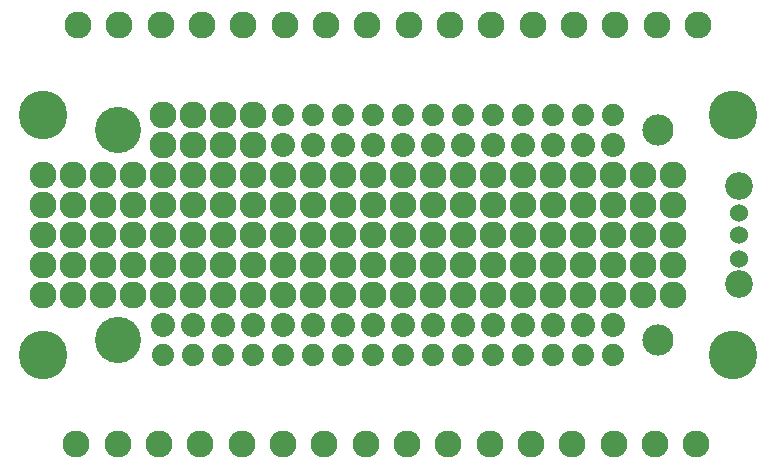
<source format=gbr>
G04 EAGLE Gerber RS-274X export*
G75*
%MOMM*%
%FSLAX34Y34*%
%LPD*%
%INSoldermask Top*%
%IPPOS*%
%AMOC8*
5,1,8,0,0,1.08239X$1,22.5*%
G01*
%ADD10C,2.641600*%
%ADD11C,3.911600*%
%ADD12C,1.879600*%
%ADD13C,2.032000*%
%ADD14C,2.286000*%
%ADD15C,4.117600*%
%ADD16C,1.524000*%
%ADD17C,2.351600*%


D10*
X228600Y88900D03*
X228600Y-88900D03*
D11*
X-228600Y88900D03*
X-228600Y-88900D03*
D12*
X-88900Y101600D03*
X-63500Y101600D03*
X-38100Y101600D03*
X-12700Y101600D03*
X12700Y101600D03*
X38100Y101600D03*
X63500Y101600D03*
X88900Y101600D03*
X114300Y101600D03*
X139700Y101600D03*
X165100Y101600D03*
X190500Y101600D03*
X-88900Y-101600D03*
X-63500Y-101600D03*
X-38100Y-101600D03*
X-12700Y-101600D03*
X12700Y-101600D03*
X38100Y-101600D03*
X63500Y-101600D03*
X88900Y-101600D03*
X114300Y-101600D03*
X139700Y-101600D03*
X165100Y-101600D03*
X190500Y-101600D03*
X-114300Y-101600D03*
X-139700Y-101600D03*
X-165100Y-101600D03*
X-190500Y-101600D03*
D13*
X190500Y-76200D03*
X165100Y-76200D03*
X139700Y-76200D03*
X114300Y-76200D03*
X88900Y-76200D03*
X63500Y-76200D03*
X38100Y-76200D03*
X12700Y-76200D03*
X-12700Y-76200D03*
X-38100Y-76200D03*
X-63500Y-76200D03*
X-88900Y-76200D03*
X-114300Y-76200D03*
X-139700Y-76200D03*
X-165100Y-76200D03*
X-190500Y-76200D03*
X-88900Y76200D03*
X-63500Y76200D03*
X-38100Y76200D03*
X-12700Y76200D03*
X12700Y76200D03*
X38100Y76200D03*
X63500Y76200D03*
X88900Y76200D03*
X114300Y76200D03*
X139700Y76200D03*
X165100Y76200D03*
X190500Y76200D03*
D14*
X-228660Y-176960D03*
X-263660Y-176960D03*
X261340Y-176960D03*
X226340Y-176960D03*
X-262400Y178400D03*
X-227400Y178400D03*
X227600Y178400D03*
X262600Y178400D03*
X-123660Y-176960D03*
X-158660Y-176960D03*
X-193660Y-176960D03*
X-18660Y-176960D03*
X-53660Y-176960D03*
X-88660Y-176960D03*
X86340Y-176960D03*
X51340Y-176960D03*
X16340Y-176960D03*
X191340Y-176960D03*
X156340Y-176960D03*
X121340Y-176960D03*
X-192400Y178400D03*
X-157400Y178400D03*
X-122400Y178400D03*
X-87400Y178400D03*
X-52400Y178400D03*
X-17400Y178400D03*
X17600Y178400D03*
X52600Y178400D03*
X87600Y178400D03*
X122600Y178400D03*
X157600Y178400D03*
X192600Y178400D03*
D15*
X-292100Y101600D03*
X-292100Y-101600D03*
X292100Y-101600D03*
X292100Y101600D03*
D16*
X297180Y0D03*
D17*
X297180Y42000D03*
X297180Y-41000D03*
D16*
X297180Y-20000D03*
X297180Y19000D03*
D14*
X-114300Y-50800D03*
X-114300Y-25400D03*
X-114300Y0D03*
X-114300Y25400D03*
X-114300Y50800D03*
X-114300Y76200D03*
X-114300Y101600D03*
X-139700Y-50800D03*
X-139700Y-25400D03*
X-139700Y0D03*
X-139700Y25400D03*
X-139700Y50800D03*
X-139700Y76200D03*
X-139700Y101600D03*
X165100Y0D03*
X165100Y50800D03*
X165100Y25400D03*
X190500Y50800D03*
X190500Y25400D03*
X190500Y0D03*
X-165100Y101600D03*
X-165100Y76200D03*
X-190500Y76200D03*
X-190500Y101600D03*
X-190500Y50800D03*
X-215900Y50800D03*
X-241300Y50800D03*
X-266700Y50800D03*
X-292100Y50800D03*
X-266700Y25400D03*
X-292100Y25400D03*
X-266700Y0D03*
X-292100Y0D03*
X-266700Y-25400D03*
X-292100Y-25400D03*
X-266700Y-50800D03*
X-292100Y-50800D03*
X-241300Y25400D03*
X-215900Y25400D03*
X-190500Y25400D03*
X-190500Y0D03*
X-215900Y0D03*
X-241300Y0D03*
X-241300Y-25400D03*
X-215900Y-25400D03*
X-190500Y-25400D03*
X-190500Y-50800D03*
X-215900Y-50800D03*
X-241300Y-50800D03*
X-165100Y-50800D03*
X-165100Y-25400D03*
X-165100Y0D03*
X-165100Y25400D03*
X-165100Y50800D03*
X-88900Y50800D03*
X-63500Y50800D03*
X-38100Y50800D03*
X-88900Y25400D03*
X-88900Y0D03*
X-88900Y-25400D03*
X-88900Y-50800D03*
X-63500Y-50800D03*
X-63500Y-25400D03*
X-63500Y0D03*
X-63500Y25400D03*
X-38100Y25400D03*
X-38100Y0D03*
X-38100Y-25400D03*
X-38100Y-50800D03*
X-12700Y-50800D03*
X-12700Y-25400D03*
X-12700Y50800D03*
X-12700Y25400D03*
X-12700Y0D03*
X12700Y-50800D03*
X12700Y-25400D03*
X12700Y0D03*
X12700Y25400D03*
X12700Y50800D03*
X38100Y50800D03*
X38100Y25400D03*
X38100Y0D03*
X38100Y-25400D03*
X38100Y-50800D03*
X63500Y-50800D03*
X63500Y-25400D03*
X63500Y0D03*
X63500Y25400D03*
X63500Y50800D03*
X88900Y50800D03*
X88900Y25400D03*
X88900Y0D03*
X88900Y-25400D03*
X88900Y-50800D03*
X114300Y-50800D03*
X114300Y-25400D03*
X114300Y0D03*
X114300Y25400D03*
X114300Y50800D03*
X139700Y50800D03*
X139700Y25400D03*
X139700Y0D03*
X139700Y-25400D03*
X139700Y-50800D03*
X165100Y-50800D03*
X165100Y-25400D03*
X190500Y-50800D03*
X190500Y-25400D03*
X215900Y50800D03*
X241300Y50800D03*
X241300Y25400D03*
X241300Y0D03*
X241300Y-25400D03*
X241300Y-50800D03*
X215900Y-50800D03*
X215900Y-25400D03*
X215900Y0D03*
X215900Y25400D03*
M02*

</source>
